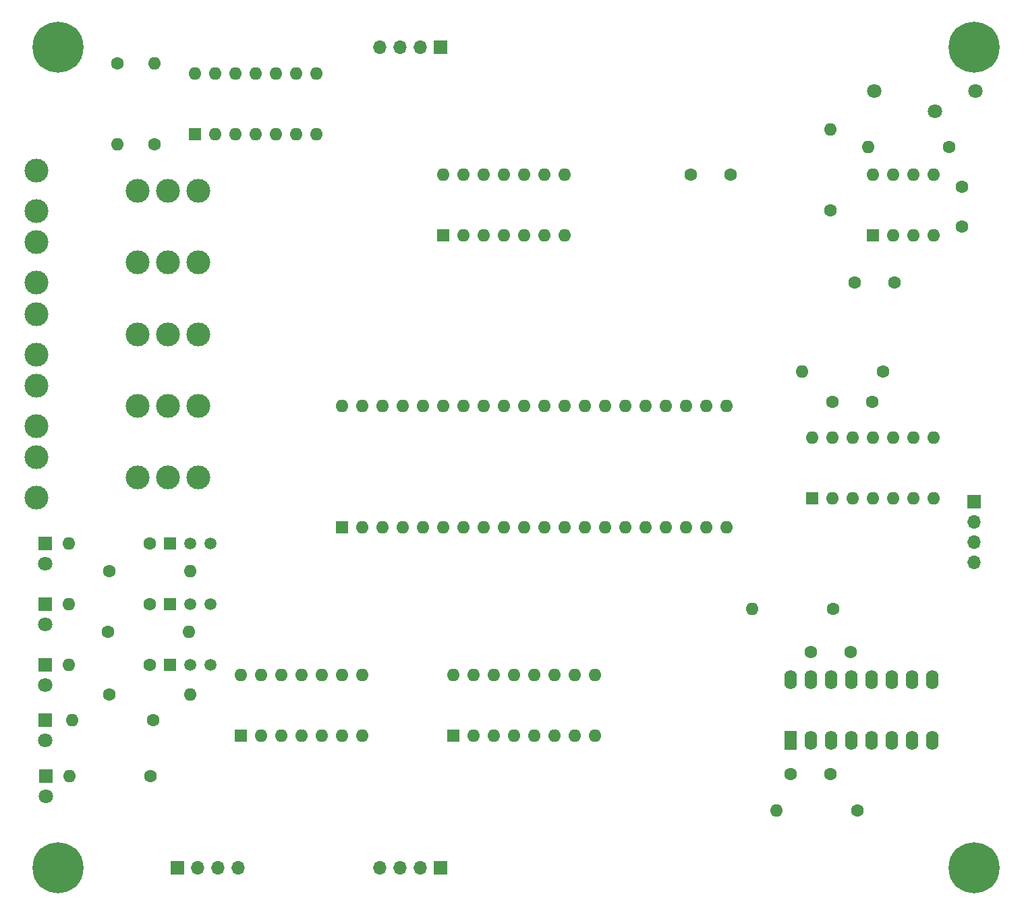
<source format=gbr>
%TF.GenerationSoftware,KiCad,Pcbnew,(6.0.4-0)*%
%TF.CreationDate,2024-05-14T16:24:58+10:00*%
%TF.ProjectId,E8Serial,45385365-7269-4616-9c2e-6b696361645f,rev?*%
%TF.SameCoordinates,Original*%
%TF.FileFunction,Soldermask,Bot*%
%TF.FilePolarity,Negative*%
%FSLAX46Y46*%
G04 Gerber Fmt 4.6, Leading zero omitted, Abs format (unit mm)*
G04 Created by KiCad (PCBNEW (6.0.4-0)) date 2024-05-14 16:24:58*
%MOMM*%
%LPD*%
G01*
G04 APERTURE LIST*
%ADD10C,1.600000*%
%ADD11O,1.600000X1.600000*%
%ADD12C,3.000000*%
%ADD13R,1.600000X1.600000*%
%ADD14R,1.800000X1.800000*%
%ADD15C,1.800000*%
%ADD16R,1.700000X1.700000*%
%ADD17O,1.700000X1.700000*%
%ADD18R,1.500000X1.500000*%
%ADD19C,1.500000*%
%ADD20C,0.800000*%
%ADD21C,6.400000*%
%ADD22R,1.600000X2.400000*%
%ADD23O,1.600000X2.400000*%
G04 APERTURE END LIST*
D10*
%TO.C,C1*%
X158500000Y-69500000D03*
X158500000Y-74500000D03*
%TD*%
%TO.C,R1*%
X52500000Y-54000000D03*
D11*
X52500000Y-64160000D03*
%TD*%
D10*
%TO.C,R2*%
X142000000Y-72500000D03*
D11*
X142000000Y-62340000D03*
%TD*%
D10*
%TO.C,R3*%
X156845000Y-64500000D03*
D11*
X146685000Y-64500000D03*
%TD*%
D12*
%TO.C,SW1*%
X62620000Y-88000000D03*
X58810000Y-88000000D03*
X55000000Y-88000000D03*
X42300000Y-90540000D03*
X42300000Y-85460000D03*
%TD*%
%TO.C,SW2*%
X62620000Y-97000000D03*
X58810000Y-97000000D03*
X55000000Y-97000000D03*
X42300000Y-99540000D03*
X42300000Y-94460000D03*
%TD*%
%TO.C,SW3*%
X62620000Y-106000000D03*
X58810000Y-106000000D03*
X55000000Y-106000000D03*
X42300000Y-108540000D03*
X42300000Y-103460000D03*
%TD*%
%TO.C,SW4*%
X62620000Y-79000000D03*
X58810000Y-79000000D03*
X55000000Y-79000000D03*
X42300000Y-81540000D03*
X42300000Y-76460000D03*
%TD*%
%TO.C,SW5*%
X62620000Y-70000000D03*
X58810000Y-70000000D03*
X55000000Y-70000000D03*
X42300000Y-72540000D03*
X42300000Y-67460000D03*
%TD*%
D13*
%TO.C,U5*%
X139700000Y-108585000D03*
D11*
X142240000Y-108585000D03*
X144780000Y-108585000D03*
X147320000Y-108585000D03*
X149860000Y-108585000D03*
X152400000Y-108585000D03*
X154940000Y-108585000D03*
X154940000Y-100965000D03*
X152400000Y-100965000D03*
X149860000Y-100965000D03*
X147320000Y-100965000D03*
X144780000Y-100965000D03*
X142240000Y-100965000D03*
X139700000Y-100965000D03*
%TD*%
D13*
%TO.C,U3*%
X147320000Y-75565000D03*
D11*
X149860000Y-75565000D03*
X152400000Y-75565000D03*
X154940000Y-75565000D03*
X154940000Y-67945000D03*
X152400000Y-67945000D03*
X149860000Y-67945000D03*
X147320000Y-67945000D03*
%TD*%
D13*
%TO.C,U4*%
X80645000Y-112240000D03*
D11*
X83185000Y-112240000D03*
X85725000Y-112240000D03*
X88265000Y-112240000D03*
X90805000Y-112240000D03*
X93345000Y-112240000D03*
X95885000Y-112240000D03*
X98425000Y-112240000D03*
X100965000Y-112240000D03*
X103505000Y-112240000D03*
X106045000Y-112240000D03*
X108585000Y-112240000D03*
X111125000Y-112240000D03*
X113665000Y-112240000D03*
X116205000Y-112240000D03*
X118745000Y-112240000D03*
X121285000Y-112240000D03*
X123825000Y-112240000D03*
X126365000Y-112240000D03*
X128905000Y-112240000D03*
X128905000Y-97000000D03*
X126365000Y-97000000D03*
X123825000Y-97000000D03*
X121285000Y-97000000D03*
X118745000Y-97000000D03*
X116205000Y-97000000D03*
X113665000Y-97000000D03*
X111125000Y-97000000D03*
X108585000Y-97000000D03*
X106045000Y-97000000D03*
X103505000Y-97000000D03*
X100965000Y-97000000D03*
X98425000Y-97000000D03*
X95885000Y-97000000D03*
X93345000Y-97000000D03*
X90805000Y-97000000D03*
X88265000Y-97000000D03*
X85725000Y-97000000D03*
X83185000Y-97000000D03*
X80645000Y-97000000D03*
%TD*%
D13*
%TO.C,U7*%
X94615000Y-138430000D03*
D11*
X97155000Y-138430000D03*
X99695000Y-138430000D03*
X102235000Y-138430000D03*
X104775000Y-138430000D03*
X107315000Y-138430000D03*
X109855000Y-138430000D03*
X112395000Y-138430000D03*
X112395000Y-130810000D03*
X109855000Y-130810000D03*
X107315000Y-130810000D03*
X104775000Y-130810000D03*
X102235000Y-130810000D03*
X99695000Y-130810000D03*
X97155000Y-130810000D03*
X94615000Y-130810000D03*
%TD*%
D10*
%TO.C,C2*%
X150000000Y-81500000D03*
X145000000Y-81500000D03*
%TD*%
D14*
%TO.C,D1*%
X43450000Y-114285000D03*
D15*
X43450000Y-116825000D03*
%TD*%
D14*
%TO.C,D2*%
X43450000Y-121905000D03*
D15*
X43450000Y-124445000D03*
%TD*%
D14*
%TO.C,D3*%
X43450000Y-129525000D03*
D15*
X43450000Y-132065000D03*
%TD*%
D14*
%TO.C,D4*%
X43450000Y-136500000D03*
D15*
X43450000Y-139040000D03*
%TD*%
D10*
%TO.C,R4*%
X56500000Y-114285000D03*
D11*
X46340000Y-114285000D03*
%TD*%
D10*
%TO.C,R5*%
X56500000Y-121905000D03*
D11*
X46340000Y-121905000D03*
%TD*%
D10*
%TO.C,R6*%
X56515000Y-129525000D03*
D11*
X46355000Y-129525000D03*
%TD*%
D10*
%TO.C,R7*%
X57000000Y-136500000D03*
D11*
X46840000Y-136500000D03*
%TD*%
D14*
%TO.C,D5*%
X43500000Y-143495000D03*
D15*
X43500000Y-146035000D03*
%TD*%
D10*
%TO.C,R8*%
X56660000Y-143495000D03*
D11*
X46500000Y-143495000D03*
%TD*%
D10*
%TO.C,R15*%
X51435000Y-117714000D03*
D11*
X61595000Y-117714000D03*
%TD*%
D10*
%TO.C,C3*%
X124460000Y-67945000D03*
X129460000Y-67945000D03*
%TD*%
%TO.C,C4*%
X142240000Y-96520000D03*
X147240000Y-96520000D03*
%TD*%
%TO.C,C5*%
X137000000Y-143200000D03*
X142000000Y-143200000D03*
%TD*%
%TO.C,C6*%
X139500000Y-127900000D03*
X144500000Y-127900000D03*
%TD*%
D16*
%TO.C,J1*%
X93000000Y-52000000D03*
D17*
X90460000Y-52000000D03*
X87920000Y-52000000D03*
X85380000Y-52000000D03*
%TD*%
D18*
%TO.C,Q1*%
X59055000Y-114285000D03*
D19*
X61595000Y-114285000D03*
X64135000Y-114285000D03*
%TD*%
D18*
%TO.C,Q2*%
X59055000Y-121905000D03*
D19*
X61595000Y-121905000D03*
X64135000Y-121905000D03*
%TD*%
D18*
%TO.C,Q3*%
X59055000Y-129525000D03*
D19*
X61595000Y-129525000D03*
X64135000Y-129525000D03*
%TD*%
D10*
%TO.C,R9*%
X57150000Y-64135000D03*
D11*
X57150000Y-53975000D03*
%TD*%
D10*
%TO.C,R10*%
X51308000Y-125334000D03*
D11*
X61468000Y-125334000D03*
%TD*%
D10*
%TO.C,R11*%
X51435000Y-133208000D03*
D11*
X61595000Y-133208000D03*
%TD*%
D10*
%TO.C,R12*%
X148590000Y-92710000D03*
D11*
X138430000Y-92710000D03*
%TD*%
D10*
%TO.C,R13*%
X145380000Y-147800000D03*
D11*
X135220000Y-147800000D03*
%TD*%
D10*
%TO.C,R14*%
X142300000Y-122500000D03*
D11*
X132140000Y-122500000D03*
%TD*%
D15*
%TO.C,RV1*%
X147500000Y-57500000D03*
X155120000Y-60040000D03*
X160200000Y-57500000D03*
%TD*%
D13*
%TO.C,U1*%
X62230000Y-62865000D03*
D11*
X64770000Y-62865000D03*
X67310000Y-62865000D03*
X69850000Y-62865000D03*
X72390000Y-62865000D03*
X74930000Y-62865000D03*
X77470000Y-62865000D03*
X77470000Y-55245000D03*
X74930000Y-55245000D03*
X72390000Y-55245000D03*
X69850000Y-55245000D03*
X67310000Y-55245000D03*
X64770000Y-55245000D03*
X62230000Y-55245000D03*
%TD*%
D13*
%TO.C,U2*%
X93345000Y-75565000D03*
D11*
X95885000Y-75565000D03*
X98425000Y-75565000D03*
X100965000Y-75565000D03*
X103505000Y-75565000D03*
X106045000Y-75565000D03*
X108585000Y-75565000D03*
X108585000Y-67945000D03*
X106045000Y-67945000D03*
X103505000Y-67945000D03*
X100965000Y-67945000D03*
X98425000Y-67945000D03*
X95885000Y-67945000D03*
X93345000Y-67945000D03*
%TD*%
D13*
%TO.C,U6*%
X67945000Y-138430000D03*
D11*
X70485000Y-138430000D03*
X73025000Y-138430000D03*
X75565000Y-138430000D03*
X78105000Y-138430000D03*
X80645000Y-138430000D03*
X83185000Y-138430000D03*
X83185000Y-130810000D03*
X80645000Y-130810000D03*
X78105000Y-130810000D03*
X75565000Y-130810000D03*
X73025000Y-130810000D03*
X70485000Y-130810000D03*
X67945000Y-130810000D03*
%TD*%
D20*
%TO.C,H1*%
X43302944Y-53697056D03*
X47400000Y-52000000D03*
X45000000Y-49600000D03*
D21*
X45000000Y-52000000D03*
D20*
X46697056Y-50302944D03*
X46697056Y-53697056D03*
X43302944Y-50302944D03*
X42600000Y-52000000D03*
X45000000Y-54400000D03*
%TD*%
%TO.C,H2*%
X162400000Y-52000000D03*
X157600000Y-52000000D03*
D21*
X160000000Y-52000000D03*
D20*
X160000000Y-54400000D03*
X158302944Y-50302944D03*
X158302944Y-53697056D03*
X161697056Y-53697056D03*
X160000000Y-49600000D03*
X161697056Y-50302944D03*
%TD*%
%TO.C,H3*%
X160000000Y-157400000D03*
D21*
X160000000Y-155000000D03*
D20*
X161697056Y-156697056D03*
X160000000Y-152600000D03*
X161697056Y-153302944D03*
X158302944Y-156697056D03*
X158302944Y-153302944D03*
X157600000Y-155000000D03*
X162400000Y-155000000D03*
%TD*%
%TO.C,H4*%
X47400000Y-155000000D03*
X45000000Y-157400000D03*
X46697056Y-153302944D03*
X43302944Y-156697056D03*
D21*
X45000000Y-155000000D03*
D20*
X42600000Y-155000000D03*
X43302944Y-153302944D03*
X45000000Y-152600000D03*
X46697056Y-156697056D03*
%TD*%
D16*
%TO.C,J2*%
X93000000Y-155000000D03*
D17*
X90460000Y-155000000D03*
X87920000Y-155000000D03*
X85380000Y-155000000D03*
%TD*%
D16*
%TO.C,J3*%
X160020000Y-109000000D03*
D17*
X160020000Y-111540000D03*
X160020000Y-114080000D03*
X160020000Y-116620000D03*
%TD*%
D16*
%TO.C,J4*%
X60000000Y-155000000D03*
D17*
X62540000Y-155000000D03*
X65080000Y-155000000D03*
X67620000Y-155000000D03*
%TD*%
D22*
%TO.C,U8*%
X137000000Y-139000000D03*
D23*
X139540000Y-139000000D03*
X142080000Y-139000000D03*
X144620000Y-139000000D03*
X147160000Y-139000000D03*
X149700000Y-139000000D03*
X152240000Y-139000000D03*
X154780000Y-139000000D03*
X154780000Y-131380000D03*
X152240000Y-131380000D03*
X149700000Y-131380000D03*
X147160000Y-131380000D03*
X144620000Y-131380000D03*
X142080000Y-131380000D03*
X139540000Y-131380000D03*
X137000000Y-131380000D03*
%TD*%
M02*

</source>
